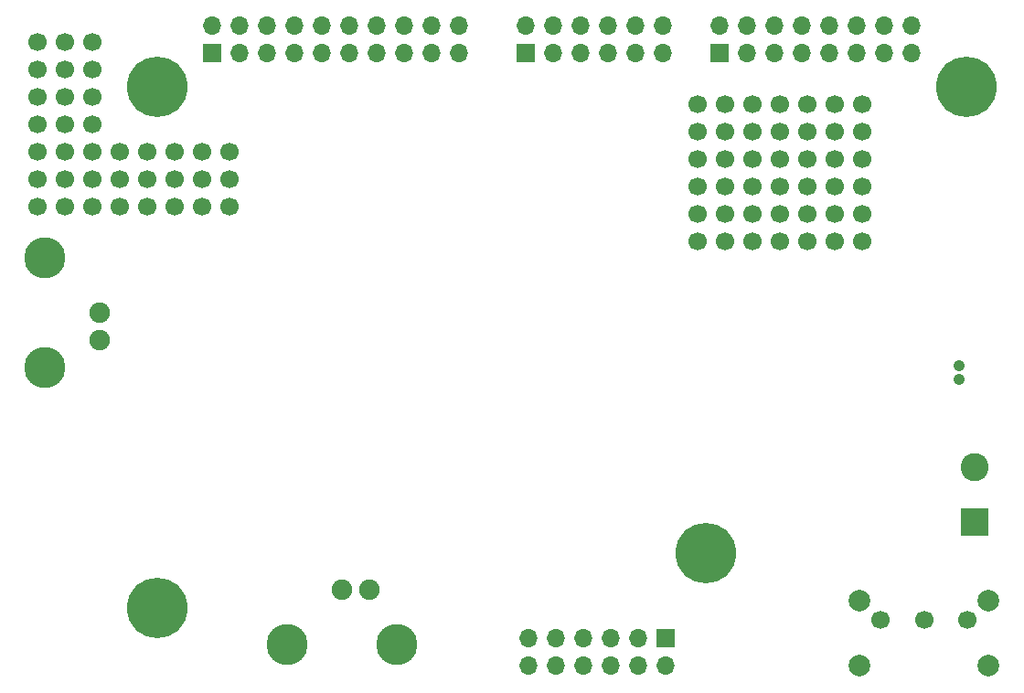
<source format=gbr>
%TF.GenerationSoftware,KiCad,Pcbnew,8.0.8*%
%TF.CreationDate,2025-07-15T12:33:29-07:00*%
%TF.ProjectId,complete_SR1,636f6d70-6c65-4746-955f-5352312e6b69,rev?*%
%TF.SameCoordinates,Original*%
%TF.FileFunction,Soldermask,Bot*%
%TF.FilePolarity,Negative*%
%FSLAX46Y46*%
G04 Gerber Fmt 4.6, Leading zero omitted, Abs format (unit mm)*
G04 Created by KiCad (PCBNEW 8.0.8) date 2025-07-15 12:33:29*
%MOMM*%
%LPD*%
G01*
G04 APERTURE LIST*
%ADD10C,1.700000*%
%ADD11C,1.066800*%
%ADD12C,5.600000*%
%ADD13C,2.000000*%
%ADD14R,1.700000X1.700000*%
%ADD15O,1.700000X1.700000*%
%ADD16R,2.600000X2.600000*%
%ADD17C,2.600000*%
%ADD18C,1.905000*%
%ADD19C,3.810000*%
G04 APERTURE END LIST*
D10*
%TO.C,REF\u002A\u002A554*%
X21200000Y-15520000D03*
%TD*%
%TO.C,REF\u002A\u002A554*%
X21200000Y-18060000D03*
%TD*%
%TO.C,REF\u002A\u002A554*%
X21200000Y-23140000D03*
%TD*%
%TO.C,REF\u002A\u002A554*%
X21200000Y-20600000D03*
%TD*%
%TO.C,REF\u002A\u002A554*%
X18660000Y-15520000D03*
%TD*%
%TO.C,REF\u002A\u002A554*%
X18660000Y-18060000D03*
%TD*%
%TO.C,REF\u002A\u002A554*%
X18660000Y-23140000D03*
%TD*%
%TO.C,REF\u002A\u002A554*%
X18660000Y-20600000D03*
%TD*%
%TO.C,REF\u002A\u002A554*%
X16120000Y-23140000D03*
%TD*%
%TO.C,REF\u002A\u002A554*%
X16120000Y-25680000D03*
%TD*%
%TO.C,REF\u002A\u002A554*%
X16120000Y-15520000D03*
%TD*%
%TO.C,REF\u002A\u002A554*%
X16120000Y-30760000D03*
%TD*%
%TO.C,REF\u002A\u002A554*%
X16120000Y-28220000D03*
%TD*%
%TO.C,REF\u002A\u002A554*%
X16120000Y-20600000D03*
%TD*%
%TO.C,REF\u002A\u002A554*%
X16120000Y-18060000D03*
%TD*%
%TO.C,REF\u002A\u002A554*%
X26270000Y-30750000D03*
%TD*%
%TO.C,REF\u002A\u002A554*%
X23730000Y-30750000D03*
%TD*%
%TO.C,REF\u002A\u002A554*%
X33890000Y-30750000D03*
%TD*%
%TO.C,REF\u002A\u002A554*%
X18650000Y-30750000D03*
%TD*%
%TO.C,REF\u002A\u002A554*%
X21190000Y-30750000D03*
%TD*%
%TO.C,REF\u002A\u002A554*%
X28810000Y-30750000D03*
%TD*%
%TO.C,REF\u002A\u002A554*%
X31350000Y-30750000D03*
%TD*%
%TO.C,REF\u002A\u002A554*%
X21190000Y-28210000D03*
%TD*%
%TO.C,REF\u002A\u002A554*%
X26270000Y-28210000D03*
%TD*%
%TO.C,REF\u002A\u002A554*%
X23730000Y-28210000D03*
%TD*%
%TO.C,REF\u002A\u002A554*%
X28810000Y-28210000D03*
%TD*%
%TO.C,REF\u002A\u002A554*%
X33890000Y-28210000D03*
%TD*%
%TO.C,REF\u002A\u002A554*%
X18650000Y-28210000D03*
%TD*%
%TO.C,REF\u002A\u002A554*%
X31350000Y-28210000D03*
%TD*%
%TO.C,REF\u002A\u002A554*%
X21190000Y-25670000D03*
%TD*%
%TO.C,REF\u002A\u002A554*%
X31350000Y-25670000D03*
%TD*%
%TO.C,REF\u002A\u002A554*%
X26270000Y-25670000D03*
%TD*%
%TO.C,REF\u002A\u002A554*%
X18650000Y-25670000D03*
%TD*%
%TO.C,REF\u002A\u002A554*%
X23730000Y-25670000D03*
%TD*%
%TO.C,REF\u002A\u002A554*%
X28810000Y-25670000D03*
%TD*%
%TO.C,REF\u002A\u002A554*%
X33890000Y-25670000D03*
%TD*%
%TO.C,REF\u002A\u002A554*%
X79740000Y-33940000D03*
%TD*%
%TO.C,REF\u002A\u002A554*%
X89900000Y-33940000D03*
%TD*%
%TO.C,REF\u002A\u002A554*%
X84820000Y-33940000D03*
%TD*%
%TO.C,REF\u002A\u002A554*%
X77200000Y-33940000D03*
%TD*%
%TO.C,REF\u002A\u002A554*%
X82280000Y-33940000D03*
%TD*%
%TO.C,REF\u002A\u002A554*%
X87360000Y-33940000D03*
%TD*%
%TO.C,REF\u002A\u002A554*%
X92440000Y-33940000D03*
%TD*%
%TO.C,REF\u002A\u002A554*%
X84820000Y-31400000D03*
%TD*%
%TO.C,REF\u002A\u002A554*%
X79740000Y-31400000D03*
%TD*%
%TO.C,REF\u002A\u002A554*%
X87360000Y-31400000D03*
%TD*%
%TO.C,REF\u002A\u002A554*%
X89900000Y-31400000D03*
%TD*%
%TO.C,REF\u002A\u002A554*%
X82280000Y-31400000D03*
%TD*%
%TO.C,REF\u002A\u002A554*%
X77200000Y-31400000D03*
%TD*%
%TO.C,REF\u002A\u002A554*%
X92440000Y-31400000D03*
%TD*%
%TO.C,REF\u002A\u002A554*%
X84820000Y-28860000D03*
%TD*%
%TO.C,REF\u002A\u002A554*%
X89900000Y-28860000D03*
%TD*%
%TO.C,REF\u002A\u002A554*%
X79740000Y-28860000D03*
%TD*%
%TO.C,REF\u002A\u002A554*%
X77200000Y-28860000D03*
%TD*%
%TO.C,REF\u002A\u002A554*%
X92440000Y-28860000D03*
%TD*%
%TO.C,REF\u002A\u002A554*%
X87360000Y-28860000D03*
%TD*%
%TO.C,REF\u002A\u002A554*%
X82280000Y-28860000D03*
%TD*%
%TO.C,REF\u002A\u002A554*%
X89900000Y-26320000D03*
%TD*%
%TO.C,REF\u002A\u002A554*%
X79740000Y-26320000D03*
%TD*%
%TO.C,REF\u002A\u002A554*%
X84820000Y-26320000D03*
%TD*%
%TO.C,REF\u002A\u002A554*%
X92440000Y-26320000D03*
%TD*%
%TO.C,REF\u002A\u002A554*%
X87360000Y-26320000D03*
%TD*%
%TO.C,REF\u002A\u002A554*%
X82280000Y-26320000D03*
%TD*%
%TO.C,REF\u002A\u002A554*%
X77200000Y-26320000D03*
%TD*%
%TO.C,REF\u002A\u002A554*%
X92440000Y-23780000D03*
%TD*%
%TO.C,REF\u002A\u002A554*%
X89900000Y-23780000D03*
%TD*%
%TO.C,REF\u002A\u002A554*%
X79740000Y-23780000D03*
%TD*%
%TO.C,REF\u002A\u002A554*%
X84820000Y-23780000D03*
%TD*%
%TO.C,REF\u002A\u002A554*%
X87360000Y-23780000D03*
%TD*%
%TO.C,REF\u002A\u002A554*%
X82280000Y-23780000D03*
%TD*%
%TO.C,REF\u002A\u002A554*%
X77200000Y-23780000D03*
%TD*%
%TO.C,REF\u002A\u002A554*%
X92440000Y-21240000D03*
%TD*%
%TO.C,REF\u002A\u002A554*%
X89900000Y-21240000D03*
%TD*%
%TO.C,REF\u002A\u002A554*%
X87360000Y-21240000D03*
%TD*%
%TO.C,REF\u002A\u002A554*%
X84820000Y-21240000D03*
%TD*%
%TO.C,REF\u002A\u002A554*%
X82280000Y-21240000D03*
%TD*%
%TO.C,REF\u002A\u002A554*%
X79740000Y-21240000D03*
%TD*%
%TO.C,REF\u002A\u002A554*%
X77200000Y-21240000D03*
%TD*%
D11*
%TO.C,J3*%
X101474000Y-45470100D03*
X101474000Y-46720100D03*
%TD*%
D12*
%TO.C,H4*%
X78040000Y-62800000D03*
%TD*%
%TO.C,H3*%
X102170000Y-19620000D03*
%TD*%
%TO.C,H2*%
X27240000Y-19620000D03*
%TD*%
%TO.C,H1*%
X27240000Y-67880000D03*
%TD*%
D13*
%TO.C,SW1*%
X92200000Y-67250000D03*
X92200000Y-73250000D03*
X104200000Y-67250000D03*
X104200000Y-73250000D03*
D10*
X94200000Y-69000000D03*
X98200000Y-69000000D03*
X102200000Y-69000000D03*
%TD*%
D14*
%TO.C,J8*%
X79310000Y-16500000D03*
D15*
X79310000Y-13960000D03*
X81850000Y-16500000D03*
X81850000Y-13960000D03*
X84390000Y-16500000D03*
X84390000Y-13960000D03*
X86930000Y-16500000D03*
X86930000Y-13960000D03*
X89470000Y-16500000D03*
X89470000Y-13960000D03*
X92010000Y-16500000D03*
X92010000Y-13960000D03*
X94550000Y-16500000D03*
X94550000Y-13960000D03*
X97090000Y-16500000D03*
X97090000Y-13960000D03*
%TD*%
D16*
%TO.C,J2*%
X102905000Y-59945000D03*
D17*
X102905000Y-54865000D03*
%TD*%
D14*
%TO.C,J9*%
X74240000Y-70700000D03*
D15*
X74240000Y-73240000D03*
X71700000Y-70700000D03*
X71700000Y-73240000D03*
X69160000Y-70700000D03*
X69160000Y-73240000D03*
X66620000Y-70700000D03*
X66620000Y-73240000D03*
X64080000Y-70700000D03*
X64080000Y-73240000D03*
X61540000Y-70700000D03*
X61540000Y-73240000D03*
%TD*%
D14*
%TO.C,J7*%
X61350000Y-16500000D03*
D15*
X61350000Y-13960000D03*
X63890000Y-16500000D03*
X63890000Y-13960000D03*
X66430000Y-16500000D03*
X66430000Y-13960000D03*
X68970000Y-16500000D03*
X68970000Y-13960000D03*
X71510000Y-16500000D03*
X71510000Y-13960000D03*
X74050000Y-16500000D03*
X74050000Y-13960000D03*
%TD*%
D14*
%TO.C,J6*%
X32320000Y-16500000D03*
D15*
X32320000Y-13960000D03*
X34860000Y-16500000D03*
X34860000Y-13960000D03*
X37400000Y-16500000D03*
X37400000Y-13960000D03*
X39940000Y-16500000D03*
X39940000Y-13960000D03*
X42480000Y-16500000D03*
X42480000Y-13960000D03*
X45020000Y-16500000D03*
X45020000Y-13960000D03*
X47560000Y-16500000D03*
X47560000Y-13960000D03*
X50100000Y-16500000D03*
X50100000Y-13960000D03*
X52640000Y-16500000D03*
X52640000Y-13960000D03*
X55180000Y-16500000D03*
X55180000Y-13960000D03*
%TD*%
D18*
%TO.C,J5*%
X44320000Y-66220000D03*
D19*
X49400000Y-71300000D03*
D18*
X46860000Y-66220000D03*
D19*
X39240000Y-71300000D03*
%TD*%
%TO.C,J1*%
X16800000Y-35500000D03*
D18*
X21880000Y-43120000D03*
D19*
X16800000Y-45660000D03*
D18*
X21880000Y-40580000D03*
%TD*%
M02*

</source>
